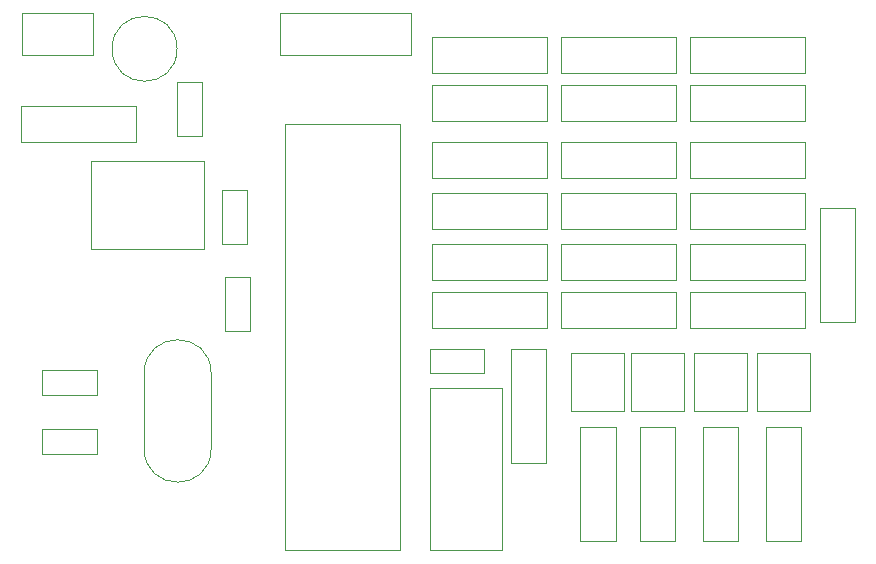
<source format=gbr>
%TF.GenerationSoftware,KiCad,Pcbnew,9.0.2+dfsg-1*%
%TF.CreationDate,2025-08-25T11:53:50+05:30*%
%TF.ProjectId,scopetester_v1,73636f70-6574-4657-9374-65725f76312e,rev?*%
%TF.SameCoordinates,Original*%
%TF.FileFunction,Other,User*%
%FSLAX46Y46*%
G04 Gerber Fmt 4.6, Leading zero omitted, Abs format (unit mm)*
G04 Created by KiCad (PCBNEW 9.0.2+dfsg-1) date 2025-08-25 11:53:50*
%MOMM*%
%LPD*%
G01*
G04 APERTURE LIST*
%ADD10C,0.050000*%
G04 APERTURE END LIST*
D10*
%TO.C,J3*%
X122436000Y-92210000D02*
X122436000Y-105910000D01*
X122436000Y-105910000D02*
X128526000Y-105910000D01*
X128526000Y-92210000D02*
X122436000Y-92210000D01*
X128526000Y-105910000D02*
X128526000Y-92210000D01*
%TO.C,U1*%
X110202000Y-69854000D02*
X119932000Y-69854000D01*
X119932000Y-105934000D01*
X110202000Y-105934000D01*
X110202000Y-69854000D01*
%TO.C,C6*%
X107222000Y-82770000D02*
X105122000Y-82770000D01*
X105122000Y-87370000D01*
X107222000Y-87370000D01*
X107222000Y-82770000D01*
%TO.C,JP1*%
X129310000Y-98586000D02*
X132310000Y-98586000D01*
X132310000Y-88866000D01*
X129310000Y-88866000D01*
X129310000Y-98586000D01*
%TO.C,R8*%
X122648000Y-75716000D02*
X132368000Y-75716000D01*
X132368000Y-78716000D01*
X122648000Y-78716000D01*
X122648000Y-75716000D01*
%TO.C,R5*%
X138200000Y-95470000D02*
X135200000Y-95470000D01*
X135200000Y-105190000D01*
X138200000Y-105190000D01*
X138200000Y-95470000D01*
%TO.C,D1*%
X144856000Y-89274000D02*
X144856000Y-94114000D01*
X144856000Y-94114000D02*
X149276000Y-94114000D01*
X149276000Y-89274000D02*
X144856000Y-89274000D01*
X149276000Y-94114000D02*
X149276000Y-89274000D01*
%TO.C,Y1*%
X98270000Y-90940000D02*
X98270000Y-97340000D01*
X103930000Y-90940000D02*
X103930000Y-97340000D01*
X98270000Y-90940000D02*
G75*
G02*
X103930000Y-90940000I2830000J0D01*
G01*
X103930000Y-97340000D02*
G75*
G02*
X98270000Y-97340000I-2830000J0D01*
G01*
%TO.C,R9*%
X122648000Y-80034000D02*
X132368000Y-80034000D01*
X132368000Y-83034000D01*
X122648000Y-83034000D01*
X122648000Y-80034000D01*
%TO.C,R23*%
X155472000Y-86648000D02*
X158472000Y-86648000D01*
X158472000Y-76928000D01*
X155472000Y-76928000D01*
X155472000Y-86648000D01*
%TO.C,R12*%
X133570000Y-66572000D02*
X143290000Y-66572000D01*
X143290000Y-69572000D01*
X133570000Y-69572000D01*
X133570000Y-66572000D01*
%TO.C,R21*%
X154212000Y-83034000D02*
X144492000Y-83034000D01*
X144492000Y-80034000D01*
X154212000Y-80034000D01*
X154212000Y-83034000D01*
%TO.C,R18*%
X154212000Y-69572000D02*
X144492000Y-69572000D01*
X144492000Y-66572000D01*
X154212000Y-66572000D01*
X154212000Y-69572000D01*
%TO.C,R3*%
X148566000Y-95470000D02*
X145566000Y-95470000D01*
X145566000Y-105190000D01*
X148566000Y-105190000D01*
X148566000Y-95470000D01*
%TO.C,R6*%
X122648000Y-66572000D02*
X132368000Y-66572000D01*
X132368000Y-69572000D01*
X122648000Y-69572000D01*
X122648000Y-66572000D01*
%TO.C,D3*%
X134442000Y-89274000D02*
X134442000Y-94114000D01*
X134442000Y-94114000D02*
X138862000Y-94114000D01*
X138862000Y-89274000D02*
X134442000Y-89274000D01*
X138862000Y-94114000D02*
X138862000Y-89274000D01*
%TO.C,R19*%
X154212000Y-74398000D02*
X144492000Y-74398000D01*
X144492000Y-71398000D01*
X154212000Y-71398000D01*
X154212000Y-74398000D01*
%TO.C,R16*%
X133570000Y-84098000D02*
X143290000Y-84098000D01*
X143290000Y-87098000D01*
X133570000Y-87098000D01*
X133570000Y-84098000D01*
%TO.C,R20*%
X154212000Y-78716000D02*
X144492000Y-78716000D01*
X144492000Y-75716000D01*
X154212000Y-75716000D01*
X154212000Y-78716000D01*
%TO.C,R7*%
X122648000Y-71398000D02*
X132368000Y-71398000D01*
X132368000Y-74398000D01*
X122648000Y-74398000D01*
X122648000Y-71398000D01*
%TO.C,R11*%
X133570000Y-62508000D02*
X143290000Y-62508000D01*
X143290000Y-65508000D01*
X133570000Y-65508000D01*
X133570000Y-62508000D01*
%TO.C,SW1*%
X93802000Y-72958000D02*
X94052000Y-72958000D01*
X93802000Y-73208000D02*
X93802000Y-72958000D01*
X93802000Y-80208000D02*
X93802000Y-73208000D01*
X93802000Y-80208000D02*
X93802000Y-80458000D01*
X93802000Y-80458000D02*
X94052000Y-80458000D01*
X94052000Y-72958000D02*
X103052000Y-72958000D01*
X103052000Y-72958000D02*
X103302000Y-72958000D01*
X103052000Y-80458000D02*
X94052000Y-80458000D01*
X103052000Y-80458000D02*
X103302000Y-80458000D01*
X103302000Y-72958000D02*
X103302000Y-73208000D01*
X103302000Y-73208000D02*
X103302000Y-80208000D01*
X103302000Y-80458000D02*
X103302000Y-80208000D01*
%TO.C,R14*%
X133570000Y-75716000D02*
X143290000Y-75716000D01*
X143290000Y-78716000D01*
X133570000Y-78716000D01*
X133570000Y-75716000D01*
%TO.C,C7*%
X127034000Y-90966000D02*
X122434000Y-90966000D01*
X122434000Y-88866000D01*
X127034000Y-88866000D01*
X127034000Y-90966000D01*
%TO.C,C1*%
X101058000Y-70900000D02*
X103158000Y-70900000D01*
X103158000Y-66300000D01*
X101058000Y-66300000D01*
X101058000Y-70900000D01*
%TO.C,R13*%
X133570000Y-71398000D02*
X143290000Y-71398000D01*
X143290000Y-74398000D01*
X133570000Y-74398000D01*
X133570000Y-71398000D01*
%TO.C,C2*%
X106968000Y-75444000D02*
X104868000Y-75444000D01*
X104868000Y-80044000D01*
X106968000Y-80044000D01*
X106968000Y-75444000D01*
%TO.C,R15*%
X133570000Y-80034000D02*
X143290000Y-80034000D01*
X143290000Y-83034000D01*
X133570000Y-83034000D01*
X133570000Y-80034000D01*
%TO.C,R24*%
X153900000Y-95470000D02*
X150900000Y-95470000D01*
X150900000Y-105190000D01*
X153900000Y-105190000D01*
X153900000Y-95470000D01*
%TO.C,R4*%
X143232000Y-95470000D02*
X140232000Y-95470000D01*
X140232000Y-105190000D01*
X143232000Y-105190000D01*
X143232000Y-95470000D01*
%TO.C,J2*%
X109736000Y-60460000D02*
X109736000Y-64000000D01*
X109736000Y-64000000D02*
X120896000Y-64000000D01*
X120896000Y-60460000D02*
X109736000Y-60460000D01*
X120896000Y-64000000D02*
X120896000Y-60460000D01*
%TO.C,R22*%
X144492000Y-84098000D02*
X154212000Y-84098000D01*
X154212000Y-87098000D01*
X144492000Y-87098000D01*
X144492000Y-84098000D01*
%TO.C,R2*%
X122648000Y-62508000D02*
X132368000Y-62508000D01*
X132368000Y-65508000D01*
X122648000Y-65508000D01*
X122648000Y-62508000D01*
%TO.C,R10*%
X122648000Y-84098000D02*
X132368000Y-84098000D01*
X132368000Y-87098000D01*
X122648000Y-87098000D01*
X122648000Y-84098000D01*
%TO.C,C5*%
X101048000Y-63480000D02*
G75*
G02*
X95548000Y-63480000I-2750000J0D01*
G01*
X95548000Y-63480000D02*
G75*
G02*
X101048000Y-63480000I2750000J0D01*
G01*
%TO.C,R1*%
X87850000Y-68350000D02*
X97570000Y-68350000D01*
X97570000Y-71350000D01*
X87850000Y-71350000D01*
X87850000Y-68350000D01*
%TO.C,C4*%
X89650000Y-90650000D02*
X94250000Y-90650000D01*
X94250000Y-92750000D01*
X89650000Y-92750000D01*
X89650000Y-90650000D01*
%TO.C,D4*%
X150190000Y-89274000D02*
X150190000Y-94114000D01*
X150190000Y-94114000D02*
X154610000Y-94114000D01*
X154610000Y-89274000D02*
X150190000Y-89274000D01*
X154610000Y-94114000D02*
X154610000Y-89274000D01*
%TO.C,C3*%
X89628000Y-95650000D02*
X94228000Y-95650000D01*
X94228000Y-97750000D01*
X89628000Y-97750000D01*
X89628000Y-95650000D01*
%TO.C,J1*%
X87882000Y-60460000D02*
X87882000Y-64000000D01*
X87882000Y-64000000D02*
X93972000Y-64000000D01*
X93972000Y-60460000D02*
X87882000Y-60460000D01*
X93972000Y-64000000D02*
X93972000Y-60460000D01*
%TO.C,R17*%
X154212000Y-65508000D02*
X144492000Y-65508000D01*
X144492000Y-62508000D01*
X154212000Y-62508000D01*
X154212000Y-65508000D01*
%TO.C,D2*%
X139522000Y-89274000D02*
X139522000Y-94114000D01*
X139522000Y-94114000D02*
X143942000Y-94114000D01*
X143942000Y-89274000D02*
X139522000Y-89274000D01*
X143942000Y-94114000D02*
X143942000Y-89274000D01*
%TD*%
M02*

</source>
